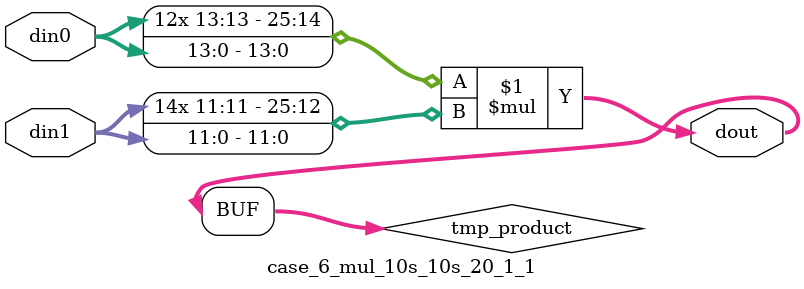
<source format=v>

`timescale 1 ns / 1 ps

 (* use_dsp = "no" *)  module case_6_mul_10s_10s_20_1_1(din0, din1, dout);
parameter ID = 1;
parameter NUM_STAGE = 0;
parameter din0_WIDTH = 14;
parameter din1_WIDTH = 12;
parameter dout_WIDTH = 26;

input [din0_WIDTH - 1 : 0] din0; 
input [din1_WIDTH - 1 : 0] din1; 
output [dout_WIDTH - 1 : 0] dout;

wire signed [dout_WIDTH - 1 : 0] tmp_product;



























assign tmp_product = $signed(din0) * $signed(din1);








assign dout = tmp_product;





















endmodule

</source>
